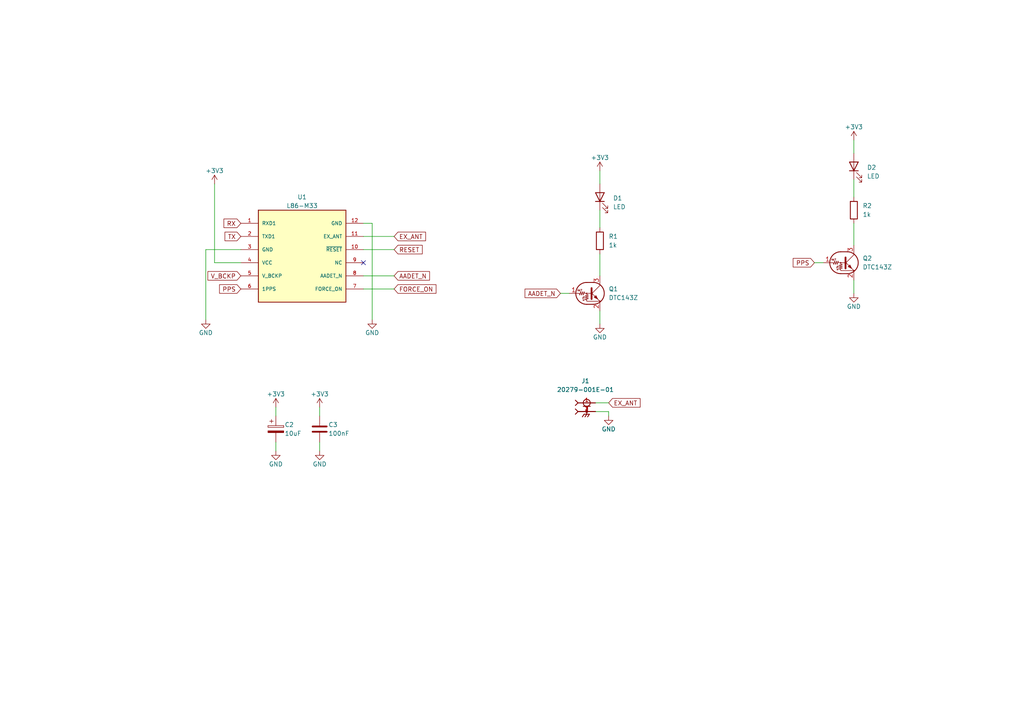
<source format=kicad_sch>
(kicad_sch (version 20230121) (generator eeschema)

  (uuid 92dcc625-4969-425d-92ef-03e0452a9de5)

  (paper "A4")

  (lib_symbols
    (symbol "Device:C" (pin_numbers hide) (pin_names (offset 0.254)) (in_bom yes) (on_board yes)
      (property "Reference" "C" (at 0.635 2.54 0)
        (effects (font (size 1.27 1.27)) (justify left))
      )
      (property "Value" "C" (at 0.635 -2.54 0)
        (effects (font (size 1.27 1.27)) (justify left))
      )
      (property "Footprint" "" (at 0.9652 -3.81 0)
        (effects (font (size 1.27 1.27)) hide)
      )
      (property "Datasheet" "~" (at 0 0 0)
        (effects (font (size 1.27 1.27)) hide)
      )
      (property "ki_keywords" "cap capacitor" (at 0 0 0)
        (effects (font (size 1.27 1.27)) hide)
      )
      (property "ki_description" "Unpolarized capacitor" (at 0 0 0)
        (effects (font (size 1.27 1.27)) hide)
      )
      (property "ki_fp_filters" "C_*" (at 0 0 0)
        (effects (font (size 1.27 1.27)) hide)
      )
      (symbol "C_0_1"
        (polyline
          (pts
            (xy -2.032 -0.762)
            (xy 2.032 -0.762)
          )
          (stroke (width 0.508) (type default))
          (fill (type none))
        )
        (polyline
          (pts
            (xy -2.032 0.762)
            (xy 2.032 0.762)
          )
          (stroke (width 0.508) (type default))
          (fill (type none))
        )
      )
      (symbol "C_1_1"
        (pin passive line (at 0 3.81 270) (length 2.794)
          (name "~" (effects (font (size 1.27 1.27))))
          (number "1" (effects (font (size 1.27 1.27))))
        )
        (pin passive line (at 0 -3.81 90) (length 2.794)
          (name "~" (effects (font (size 1.27 1.27))))
          (number "2" (effects (font (size 1.27 1.27))))
        )
      )
    )
    (symbol "Device:C_Polarized" (pin_numbers hide) (pin_names (offset 0.254)) (in_bom yes) (on_board yes)
      (property "Reference" "C" (at 0.635 2.54 0)
        (effects (font (size 1.27 1.27)) (justify left))
      )
      (property "Value" "C_Polarized" (at 0.635 -2.54 0)
        (effects (font (size 1.27 1.27)) (justify left))
      )
      (property "Footprint" "" (at 0.9652 -3.81 0)
        (effects (font (size 1.27 1.27)) hide)
      )
      (property "Datasheet" "~" (at 0 0 0)
        (effects (font (size 1.27 1.27)) hide)
      )
      (property "ki_keywords" "cap capacitor" (at 0 0 0)
        (effects (font (size 1.27 1.27)) hide)
      )
      (property "ki_description" "Polarized capacitor" (at 0 0 0)
        (effects (font (size 1.27 1.27)) hide)
      )
      (property "ki_fp_filters" "CP_*" (at 0 0 0)
        (effects (font (size 1.27 1.27)) hide)
      )
      (symbol "C_Polarized_0_1"
        (rectangle (start -2.286 0.508) (end 2.286 1.016)
          (stroke (width 0) (type default))
          (fill (type none))
        )
        (polyline
          (pts
            (xy -1.778 2.286)
            (xy -0.762 2.286)
          )
          (stroke (width 0) (type default))
          (fill (type none))
        )
        (polyline
          (pts
            (xy -1.27 2.794)
            (xy -1.27 1.778)
          )
          (stroke (width 0) (type default))
          (fill (type none))
        )
        (rectangle (start 2.286 -0.508) (end -2.286 -1.016)
          (stroke (width 0) (type default))
          (fill (type outline))
        )
      )
      (symbol "C_Polarized_1_1"
        (pin passive line (at 0 3.81 270) (length 2.794)
          (name "~" (effects (font (size 1.27 1.27))))
          (number "1" (effects (font (size 1.27 1.27))))
        )
        (pin passive line (at 0 -3.81 90) (length 2.794)
          (name "~" (effects (font (size 1.27 1.27))))
          (number "2" (effects (font (size 1.27 1.27))))
        )
      )
    )
    (symbol "Device:LED" (pin_numbers hide) (pin_names (offset 1.016) hide) (in_bom yes) (on_board yes)
      (property "Reference" "D" (at 0 2.54 0)
        (effects (font (size 1.27 1.27)))
      )
      (property "Value" "LED" (at 0 -2.54 0)
        (effects (font (size 1.27 1.27)))
      )
      (property "Footprint" "" (at 0 0 0)
        (effects (font (size 1.27 1.27)) hide)
      )
      (property "Datasheet" "~" (at 0 0 0)
        (effects (font (size 1.27 1.27)) hide)
      )
      (property "ki_keywords" "LED diode" (at 0 0 0)
        (effects (font (size 1.27 1.27)) hide)
      )
      (property "ki_description" "Light emitting diode" (at 0 0 0)
        (effects (font (size 1.27 1.27)) hide)
      )
      (property "ki_fp_filters" "LED* LED_SMD:* LED_THT:*" (at 0 0 0)
        (effects (font (size 1.27 1.27)) hide)
      )
      (symbol "LED_0_1"
        (polyline
          (pts
            (xy -1.27 -1.27)
            (xy -1.27 1.27)
          )
          (stroke (width 0.254) (type default))
          (fill (type none))
        )
        (polyline
          (pts
            (xy -1.27 0)
            (xy 1.27 0)
          )
          (stroke (width 0) (type default))
          (fill (type none))
        )
        (polyline
          (pts
            (xy 1.27 -1.27)
            (xy 1.27 1.27)
            (xy -1.27 0)
            (xy 1.27 -1.27)
          )
          (stroke (width 0.254) (type default))
          (fill (type none))
        )
        (polyline
          (pts
            (xy -3.048 -0.762)
            (xy -4.572 -2.286)
            (xy -3.81 -2.286)
            (xy -4.572 -2.286)
            (xy -4.572 -1.524)
          )
          (stroke (width 0) (type default))
          (fill (type none))
        )
        (polyline
          (pts
            (xy -1.778 -0.762)
            (xy -3.302 -2.286)
            (xy -2.54 -2.286)
            (xy -3.302 -2.286)
            (xy -3.302 -1.524)
          )
          (stroke (width 0) (type default))
          (fill (type none))
        )
      )
      (symbol "LED_1_1"
        (pin passive line (at -3.81 0 0) (length 2.54)
          (name "K" (effects (font (size 1.27 1.27))))
          (number "1" (effects (font (size 1.27 1.27))))
        )
        (pin passive line (at 3.81 0 180) (length 2.54)
          (name "A" (effects (font (size 1.27 1.27))))
          (number "2" (effects (font (size 1.27 1.27))))
        )
      )
    )
    (symbol "Device:R" (pin_numbers hide) (pin_names (offset 0)) (in_bom yes) (on_board yes)
      (property "Reference" "R" (at 2.032 0 90)
        (effects (font (size 1.27 1.27)))
      )
      (property "Value" "R" (at 0 0 90)
        (effects (font (size 1.27 1.27)))
      )
      (property "Footprint" "" (at -1.778 0 90)
        (effects (font (size 1.27 1.27)) hide)
      )
      (property "Datasheet" "~" (at 0 0 0)
        (effects (font (size 1.27 1.27)) hide)
      )
      (property "ki_keywords" "R res resistor" (at 0 0 0)
        (effects (font (size 1.27 1.27)) hide)
      )
      (property "ki_description" "Resistor" (at 0 0 0)
        (effects (font (size 1.27 1.27)) hide)
      )
      (property "ki_fp_filters" "R_*" (at 0 0 0)
        (effects (font (size 1.27 1.27)) hide)
      )
      (symbol "R_0_1"
        (rectangle (start -1.016 -2.54) (end 1.016 2.54)
          (stroke (width 0.254) (type default))
          (fill (type none))
        )
      )
      (symbol "R_1_1"
        (pin passive line (at 0 3.81 270) (length 1.27)
          (name "~" (effects (font (size 1.27 1.27))))
          (number "1" (effects (font (size 1.27 1.27))))
        )
        (pin passive line (at 0 -3.81 90) (length 1.27)
          (name "~" (effects (font (size 1.27 1.27))))
          (number "2" (effects (font (size 1.27 1.27))))
        )
      )
    )
    (symbol "L-KLS1-IPEX-20279-001E-0:20279-001E-01" (pin_names (offset 1.016)) (in_bom yes) (on_board yes)
      (property "Reference" "J1" (at -0.381 8.89 0)
        (effects (font (size 1.27 1.27)))
      )
      (property "Value" "20279-001E-01" (at -0.381 6.35 0)
        (effects (font (size 1.27 1.27)))
      )
      (property "Footprint" "IPEX_20279-001E-01" (at 0 3.81 0)
        (effects (font (size 1.27 1.27)) (justify bottom) hide)
      )
      (property "Datasheet" "" (at 0 0 0)
        (effects (font (size 1.27 1.27)) hide)
      )
      (property "PARTREV" "21" (at 0 5.08 0)
        (effects (font (size 1.27 1.27)) (justify bottom) hide)
      )
      (property "MF" "I-PEX" (at 0 5.08 0)
        (effects (font (size 1.27 1.27)) (justify bottom) hide)
      )
      (property "STANDARD" "Manufacturer Recommendations" (at 0 5.08 0)
        (effects (font (size 1.27 1.27)) (justify bottom) hide)
      )
      (symbol "20279-001E-01_0_0"
        (polyline
          (pts
            (xy -3.302 -0.762)
            (xy -2.54 0)
          )
          (stroke (width 0.254) (type default))
          (fill (type none))
        )
        (polyline
          (pts
            (xy -3.302 0.762)
            (xy -2.54 0)
          )
          (stroke (width 0.254) (type default))
          (fill (type none))
        )
        (polyline
          (pts
            (xy -3.302 1.778)
            (xy -2.54 2.54)
          )
          (stroke (width 0.254) (type default))
          (fill (type none))
        )
        (polyline
          (pts
            (xy -3.302 3.302)
            (xy -2.54 2.54)
          )
          (stroke (width 0.254) (type default))
          (fill (type none))
        )
        (polyline
          (pts
            (xy -2.54 0)
            (xy 0 0)
          )
          (stroke (width 0.254) (type default))
          (fill (type none))
        )
        (polyline
          (pts
            (xy -2.54 2.54)
            (xy 2.54 2.54)
          )
          (stroke (width 0.254) (type default))
          (fill (type none))
        )
        (polyline
          (pts
            (xy -1.016 1.524)
            (xy 0 1.524)
          )
          (stroke (width 0.254) (type default))
          (fill (type none))
        )
        (polyline
          (pts
            (xy -0.762 -0.762)
            (xy -1.27 -1.524)
          )
          (stroke (width 0.254) (type default))
          (fill (type none))
        )
        (polyline
          (pts
            (xy 0 -0.762)
            (xy -0.762 -0.762)
          )
          (stroke (width 0.254) (type default))
          (fill (type none))
        )
        (polyline
          (pts
            (xy 0 -0.762)
            (xy -0.508 -1.524)
          )
          (stroke (width 0.254) (type default))
          (fill (type none))
        )
        (polyline
          (pts
            (xy 0 -0.762)
            (xy 0.762 -0.762)
          )
          (stroke (width 0.254) (type default))
          (fill (type none))
        )
        (polyline
          (pts
            (xy 0 0)
            (xy -2.286 0)
          )
          (stroke (width 0.254) (type default))
          (fill (type none))
        )
        (polyline
          (pts
            (xy 0 0)
            (xy 0 -0.762)
          )
          (stroke (width 0.254) (type default))
          (fill (type none))
        )
        (polyline
          (pts
            (xy 0 1.524)
            (xy 0 0)
          )
          (stroke (width 0.254) (type default))
          (fill (type none))
        )
        (polyline
          (pts
            (xy 0 1.524)
            (xy 1.016 1.524)
          )
          (stroke (width 0.254) (type default))
          (fill (type none))
        )
        (polyline
          (pts
            (xy 0.762 -0.762)
            (xy 0.254 -1.524)
          )
          (stroke (width 0.254) (type default))
          (fill (type none))
        )
        (polyline
          (pts
            (xy 2.54 0)
            (xy 0 0)
          )
          (stroke (width 0.254) (type default))
          (fill (type none))
        )
        (circle (center 0 0) (radius 0.254)
          (stroke (width 0.254) (type default))
          (fill (type none))
        )
        (circle (center 0 2.54) (radius 1.016)
          (stroke (width 0.254) (type default))
          (fill (type none))
        )
        (pin passive line (at 2.54 2.54 180) (length 5.08)
          (name "~" (effects (font (size 1.016 1.016))))
          (number "1" (effects (font (size 1.016 1.016))))
        )
        (pin passive line (at 2.54 0 180) (length 5.08)
          (name "~" (effects (font (size 1.016 1.016))))
          (number "2" (effects (font (size 1.016 1.016))))
        )
        (pin passive line (at 2.54 0 180) (length 5.08)
          (name "~" (effects (font (size 1.016 1.016))))
          (number "3" (effects (font (size 1.016 1.016))))
        )
      )
    )
    (symbol "L86-M33:L86-M33" (pin_names (offset 1.016)) (in_bom yes) (on_board yes)
      (property "Reference" "U1" (at 0 16.51 0)
        (effects (font (size 1.27 1.27)))
      )
      (property "Value" "L86-M33" (at 0 13.97 0)
        (effects (font (size 1.27 1.27)))
      )
      (property "Footprint" "XCVR_L86-M33" (at 0 0 0)
        (effects (font (size 1.27 1.27)) (justify bottom) hide)
      )
      (property "Datasheet" "" (at 0 0 0)
        (effects (font (size 1.27 1.27)) hide)
      )
      (property "MF" "Quectel" (at 0 0 0)
        (effects (font (size 1.27 1.27)) (justify bottom) hide)
      )
      (property "DESCRIPTION" "L86 is an ultra-compact GNSS POT _Patch on Top_ module with an embedded 18.4mm × 18.4mm × 4.0mm patch antenna and utilizes the MediaTek new generation GNSS chipset MT3333 that achieves the perfect performance" (at 1.27 15.24 0)
        (effects (font (size 1.27 1.27)) (justify bottom) hide)
      )
      (property "PACKAGE" "None" (at 11.43 15.24 0)
        (effects (font (size 1.27 1.27)) (justify bottom) hide)
      )
      (property "PRICE" "None" (at 0 0 0)
        (effects (font (size 1.27 1.27)) (justify bottom) hide)
      )
      (property "MP" "L86" (at 0 0 0)
        (effects (font (size 1.27 1.27)) (justify bottom) hide)
      )
      (property "AVAILABILITY" "Unavailable" (at 0 0 0)
        (effects (font (size 1.27 1.27)) (justify bottom) hide)
      )
      (symbol "L86-M33_0_0"
        (rectangle (start -12.7 12.7) (end 12.7 -13.97)
          (stroke (width 0.254) (type default))
          (fill (type background))
        )
        (pin input line (at -17.78 8.89 0) (length 5.08)
          (name "RXD1" (effects (font (size 1.016 1.016))))
          (number "1" (effects (font (size 1.016 1.016))))
        )
        (pin input line (at 17.78 1.27 180) (length 5.08)
          (name "~{RESET}" (effects (font (size 1.016 1.016))))
          (number "10" (effects (font (size 1.016 1.016))))
        )
        (pin input line (at 17.78 5.08 180) (length 5.08)
          (name "EX_ANT" (effects (font (size 1.016 1.016))))
          (number "11" (effects (font (size 1.016 1.016))))
        )
        (pin passive line (at 17.78 8.89 180) (length 5.08)
          (name "GND" (effects (font (size 1.016 1.016))))
          (number "12" (effects (font (size 1.016 1.016))))
        )
        (pin output line (at -17.78 5.08 0) (length 5.08)
          (name "TXD1" (effects (font (size 1.016 1.016))))
          (number "2" (effects (font (size 1.016 1.016))))
        )
        (pin passive line (at -17.78 1.27 0) (length 5.08)
          (name "GND" (effects (font (size 1.016 1.016))))
          (number "3" (effects (font (size 1.016 1.016))))
        )
        (pin power_in line (at -17.78 -2.54 0) (length 5.08)
          (name "VCC" (effects (font (size 1.016 1.016))))
          (number "4" (effects (font (size 1.016 1.016))))
        )
        (pin power_in line (at -17.78 -6.35 0) (length 5.08)
          (name "V_BCKP" (effects (font (size 1.016 1.016))))
          (number "5" (effects (font (size 1.016 1.016))))
        )
        (pin output line (at -17.78 -10.16 0) (length 5.08)
          (name "1PPS" (effects (font (size 1.016 1.016))))
          (number "6" (effects (font (size 1.016 1.016))))
        )
        (pin input line (at 17.78 -10.16 180) (length 5.08)
          (name "FORCE_ON" (effects (font (size 1.016 1.016))))
          (number "7" (effects (font (size 1.016 1.016))))
        )
        (pin output line (at 17.78 -6.35 180) (length 5.08)
          (name "AADET_N" (effects (font (size 1.016 1.016))))
          (number "8" (effects (font (size 1.016 1.016))))
        )
      )
      (symbol "L86-M33_1_0"
        (pin output line (at 17.78 -2.54 180) (length 5.08)
          (name "NC" (effects (font (size 1.016 1.016))))
          (number "9" (effects (font (size 1.016 1.016))))
        )
      )
    )
    (symbol "Transistor_BJT:DTC143Z" (pin_names (offset 0) hide) (in_bom yes) (on_board yes)
      (property "Reference" "Q" (at 5.08 1.905 0)
        (effects (font (size 1.27 1.27)) (justify left))
      )
      (property "Value" "DTC143Z" (at 5.08 0 0)
        (effects (font (size 1.27 1.27)) (justify left))
      )
      (property "Footprint" "" (at 0 0 0)
        (effects (font (size 1.27 1.27)) (justify left) hide)
      )
      (property "Datasheet" "" (at 0 0 0)
        (effects (font (size 1.27 1.27)) (justify left) hide)
      )
      (property "ki_keywords" "ROHM Digital NPN Transistor" (at 0 0 0)
        (effects (font (size 1.27 1.27)) hide)
      )
      (property "ki_description" "Digital NPN Transistor, 4k7/47k, SOT-23" (at 0 0 0)
        (effects (font (size 1.27 1.27)) hide)
      )
      (property "ki_fp_filters" "SOT?23* SC?59*" (at 0 0 0)
        (effects (font (size 1.27 1.27)) hide)
      )
      (symbol "DTC143Z_0_0"
        (text "47k" (at -2.159 -1.524 900)
          (effects (font (size 0.508 0.508)))
        )
        (text "4k7" (at -3.302 0.889 0)
          (effects (font (size 0.508 0.508)))
        )
      )
      (symbol "DTC143Z_0_1"
        (circle (center -1.27 0) (radius 0.127)
          (stroke (width 0) (type default))
          (fill (type none))
        )
        (arc (start -1.27 3.175) (mid -4.4312 0) (end -1.27 -3.175)
          (stroke (width 0.254) (type default))
          (fill (type none))
        )
        (polyline
          (pts
            (xy -3.429 0)
            (xy -3.81 0)
          )
          (stroke (width 0) (type default))
          (fill (type none))
        )
        (polyline
          (pts
            (xy -1.27 -3.175)
            (xy 0.635 -3.175)
          )
          (stroke (width 0.254) (type default))
          (fill (type none))
        )
        (polyline
          (pts
            (xy -1.27 3.175)
            (xy 0.635 3.175)
          )
          (stroke (width 0.254) (type default))
          (fill (type none))
        )
        (polyline
          (pts
            (xy 0 -0.254)
            (xy 2.54 2.286)
          )
          (stroke (width 0) (type default))
          (fill (type none))
        )
        (polyline
          (pts
            (xy 0.127 1.524)
            (xy 0.127 -1.651)
          )
          (stroke (width 0.508) (type default))
          (fill (type outline))
        )
        (polyline
          (pts
            (xy 2.54 2.286)
            (xy 2.54 2.54)
          )
          (stroke (width 0) (type default))
          (fill (type none))
        )
        (polyline
          (pts
            (xy 2.54 -2.286)
            (xy 0 0.254)
            (xy 0 0.254)
          )
          (stroke (width 0) (type default))
          (fill (type none))
        )
        (polyline
          (pts
            (xy 0.889 -1.143)
            (xy 1.397 -0.635)
            (xy 1.905 -1.651)
            (xy 0.889 -1.143)
          )
          (stroke (width 0) (type default))
          (fill (type outline))
        )
        (polyline
          (pts
            (xy 0 0)
            (xy -1.905 0)
            (xy -2.032 0.508)
            (xy -2.286 -0.508)
            (xy -2.54 0.508)
            (xy -2.794 -0.508)
            (xy -3.048 0.508)
            (xy -3.302 -0.508)
            (xy -3.429 0)
          )
          (stroke (width 0) (type default))
          (fill (type none))
        )
        (polyline
          (pts
            (xy -1.27 0)
            (xy -1.27 -0.381)
            (xy -0.762 -0.508)
            (xy -1.778 -0.762)
            (xy -0.762 -1.016)
            (xy -1.778 -1.27)
            (xy -0.762 -1.524)
            (xy -1.778 -1.778)
            (xy -1.27 -1.905)
            (xy -1.27 -2.286)
            (xy 2.54 -2.286)
          )
          (stroke (width 0) (type default))
          (fill (type none))
        )
        (arc (start 0.635 -3.175) (mid 3.7962 0) (end 0.635 3.175)
          (stroke (width 0.254) (type default))
          (fill (type none))
        )
        (circle (center 2.54 -2.286) (radius 0.127)
          (stroke (width 0) (type default))
          (fill (type none))
        )
      )
      (symbol "DTC143Z_1_1"
        (pin input line (at -6.35 0 0) (length 2.54)
          (name "B" (effects (font (size 1.27 1.27))))
          (number "1" (effects (font (size 1.27 1.27))))
        )
        (pin passive line (at 2.54 -5.08 90) (length 2.54)
          (name "E" (effects (font (size 1.27 1.27))))
          (number "2" (effects (font (size 1.27 1.27))))
        )
        (pin passive line (at 2.54 5.08 270) (length 2.54)
          (name "C" (effects (font (size 1.27 1.27))))
          (number "3" (effects (font (size 1.27 1.27))))
        )
      )
    )
    (symbol "power:+3V3" (power) (pin_names (offset 0)) (in_bom yes) (on_board yes)
      (property "Reference" "#PWR" (at 0 -3.81 0)
        (effects (font (size 1.27 1.27)) hide)
      )
      (property "Value" "+3V3" (at 0 3.556 0)
        (effects (font (size 1.27 1.27)))
      )
      (property "Footprint" "" (at 0 0 0)
        (effects (font (size 1.27 1.27)) hide)
      )
      (property "Datasheet" "" (at 0 0 0)
        (effects (font (size 1.27 1.27)) hide)
      )
      (property "ki_keywords" "global power" (at 0 0 0)
        (effects (font (size 1.27 1.27)) hide)
      )
      (property "ki_description" "Power symbol creates a global label with name \"+3V3\"" (at 0 0 0)
        (effects (font (size 1.27 1.27)) hide)
      )
      (symbol "+3V3_0_1"
        (polyline
          (pts
            (xy -0.762 1.27)
            (xy 0 2.54)
          )
          (stroke (width 0) (type default))
          (fill (type none))
        )
        (polyline
          (pts
            (xy 0 0)
            (xy 0 2.54)
          )
          (stroke (width 0) (type default))
          (fill (type none))
        )
        (polyline
          (pts
            (xy 0 2.54)
            (xy 0.762 1.27)
          )
          (stroke (width 0) (type default))
          (fill (type none))
        )
      )
      (symbol "+3V3_1_1"
        (pin power_in line (at 0 0 90) (length 0) hide
          (name "+3V3" (effects (font (size 1.27 1.27))))
          (number "1" (effects (font (size 1.27 1.27))))
        )
      )
    )
    (symbol "power:GND" (power) (pin_names (offset 0)) (in_bom yes) (on_board yes)
      (property "Reference" "#PWR" (at 0 -6.35 0)
        (effects (font (size 1.27 1.27)) hide)
      )
      (property "Value" "GND" (at 0 -3.81 0)
        (effects (font (size 1.27 1.27)))
      )
      (property "Footprint" "" (at 0 0 0)
        (effects (font (size 1.27 1.27)) hide)
      )
      (property "Datasheet" "" (at 0 0 0)
        (effects (font (size 1.27 1.27)) hide)
      )
      (property "ki_keywords" "global power" (at 0 0 0)
        (effects (font (size 1.27 1.27)) hide)
      )
      (property "ki_description" "Power symbol creates a global label with name \"GND\" , ground" (at 0 0 0)
        (effects (font (size 1.27 1.27)) hide)
      )
      (symbol "GND_0_1"
        (polyline
          (pts
            (xy 0 0)
            (xy 0 -1.27)
            (xy 1.27 -1.27)
            (xy 0 -2.54)
            (xy -1.27 -1.27)
            (xy 0 -1.27)
          )
          (stroke (width 0) (type default))
          (fill (type none))
        )
      )
      (symbol "GND_1_1"
        (pin power_in line (at 0 0 270) (length 0) hide
          (name "GND" (effects (font (size 1.27 1.27))))
          (number "1" (effects (font (size 1.27 1.27))))
        )
      )
    )
  )


  (no_connect (at 105.41 76.2) (uuid 15331f2d-3d72-43f5-ac52-ebcd3a803488))

  (wire (pts (xy 114.3 72.39) (xy 105.41 72.39))
    (stroke (width 0) (type default))
    (uuid 126b76c1-53e9-4a24-a42e-6cc0c60ac7d2)
  )
  (wire (pts (xy 59.69 72.39) (xy 69.85 72.39))
    (stroke (width 0) (type default))
    (uuid 192dfc91-957f-4d1c-9c4a-25ba67deaeff)
  )
  (wire (pts (xy 92.71 130.81) (xy 92.71 128.27))
    (stroke (width 0) (type default))
    (uuid 26dd1e05-c01d-4152-8eca-b019ae592c6c)
  )
  (wire (pts (xy 107.95 64.77) (xy 105.41 64.77))
    (stroke (width 0) (type default))
    (uuid 26e86d75-0d13-4af7-92a6-5fa61bf837a5)
  )
  (wire (pts (xy 247.65 40.64) (xy 247.65 44.45))
    (stroke (width 0) (type default))
    (uuid 27390172-e660-4538-af0b-eee5beca2a6a)
  )
  (wire (pts (xy 173.99 60.96) (xy 173.99 66.04))
    (stroke (width 0) (type default))
    (uuid 29e1b433-d93c-424e-8b73-be807a5f8e41)
  )
  (wire (pts (xy 80.01 118.11) (xy 80.01 120.65))
    (stroke (width 0) (type default))
    (uuid 3710612f-0023-4571-8fb6-d0b283f7cc88)
  )
  (wire (pts (xy 114.3 80.01) (xy 105.41 80.01))
    (stroke (width 0) (type default))
    (uuid 3d0112d9-6495-47e6-8f4e-5e647b8094c2)
  )
  (wire (pts (xy 105.41 68.58) (xy 114.3 68.58))
    (stroke (width 0) (type default))
    (uuid 4283f702-69fb-4f47-ae78-52b2813f8c41)
  )
  (wire (pts (xy 92.71 118.11) (xy 92.71 120.65))
    (stroke (width 0) (type default))
    (uuid 4428f5f9-f705-4107-ba97-36f165960ac4)
  )
  (wire (pts (xy 176.53 120.65) (xy 176.53 119.38))
    (stroke (width 0) (type default))
    (uuid 4e7afcf2-2309-4e70-b346-ac4c46cde77e)
  )
  (wire (pts (xy 173.99 73.66) (xy 173.99 80.01))
    (stroke (width 0) (type default))
    (uuid 51240175-eade-4199-bbb5-66b851aab831)
  )
  (wire (pts (xy 247.65 64.77) (xy 247.65 71.12))
    (stroke (width 0) (type default))
    (uuid 8d355fe1-6ba4-42e6-8e06-1ce4f2a652f5)
  )
  (wire (pts (xy 173.99 49.53) (xy 173.99 53.34))
    (stroke (width 0) (type default))
    (uuid a11ae812-71ee-4177-a741-f44c861f54d2)
  )
  (wire (pts (xy 173.99 93.98) (xy 173.99 90.17))
    (stroke (width 0) (type default))
    (uuid a3a989b7-6826-425e-960a-15d4357e5fd5)
  )
  (wire (pts (xy 59.69 92.71) (xy 59.69 72.39))
    (stroke (width 0) (type default))
    (uuid a3f7bdaa-071f-466f-a40b-92615c541e21)
  )
  (wire (pts (xy 247.65 85.09) (xy 247.65 81.28))
    (stroke (width 0) (type default))
    (uuid a513d194-d76b-4c8c-a83a-78213885d592)
  )
  (wire (pts (xy 162.56 85.09) (xy 165.1 85.09))
    (stroke (width 0) (type default))
    (uuid aa633f43-c495-48f8-8e61-0982bf31df41)
  )
  (wire (pts (xy 80.01 130.81) (xy 80.01 128.27))
    (stroke (width 0) (type default))
    (uuid ac74dcb4-28d4-4e55-b3b7-8c97b2e75ef2)
  )
  (wire (pts (xy 62.23 53.34) (xy 62.23 76.2))
    (stroke (width 0) (type default))
    (uuid d1c9f34f-bbc2-4ede-a971-8c4a34b4cad9)
  )
  (wire (pts (xy 107.95 92.71) (xy 107.95 64.77))
    (stroke (width 0) (type default))
    (uuid e3c9d79e-cbfb-480a-b267-655e84f8d197)
  )
  (wire (pts (xy 105.41 83.82) (xy 114.3 83.82))
    (stroke (width 0) (type default))
    (uuid ea09c2d3-9ccd-4c0a-8514-ee08b87ed71f)
  )
  (wire (pts (xy 236.22 76.2) (xy 238.76 76.2))
    (stroke (width 0) (type default))
    (uuid eb684999-b4c4-491b-978f-49d334e5f462)
  )
  (wire (pts (xy 176.53 116.84) (xy 172.72 116.84))
    (stroke (width 0) (type default))
    (uuid eb7e0bb0-bcca-4971-a28d-f23d0566c868)
  )
  (wire (pts (xy 62.23 76.2) (xy 69.85 76.2))
    (stroke (width 0) (type default))
    (uuid ece24723-9370-48eb-a548-bb31b3966bb5)
  )
  (wire (pts (xy 247.65 52.07) (xy 247.65 57.15))
    (stroke (width 0) (type default))
    (uuid fbc0f606-7adc-4997-adb8-5e19568803d1)
  )
  (wire (pts (xy 176.53 119.38) (xy 172.72 119.38))
    (stroke (width 0) (type default))
    (uuid fc8de8bf-6336-4710-bc7a-2e1033f48a56)
  )

  (global_label "AADET_N" (shape input) (at 114.3 80.01 0) (fields_autoplaced)
    (effects (font (size 1.27 1.27)) (justify left))
    (uuid 1f57a9a3-3bd2-42f8-814b-d16f800e1dda)
    (property "Intersheetrefs" "${INTERSHEET_REFS}" (at 125.1471 80.01 0)
      (effects (font (size 1.27 1.27)) (justify left) hide)
    )
  )
  (global_label "EX_ANT" (shape input) (at 114.3 68.58 0) (fields_autoplaced)
    (effects (font (size 1.27 1.27)) (justify left))
    (uuid 242cf406-972d-4890-b07e-13ab607e483c)
    (property "Intersheetrefs" "${INTERSHEET_REFS}" (at 123.998 68.58 0)
      (effects (font (size 1.27 1.27)) (justify left) hide)
    )
  )
  (global_label "FORCE_ON" (shape input) (at 114.3 83.82 0) (fields_autoplaced)
    (effects (font (size 1.27 1.27)) (justify left))
    (uuid 3636b77e-0fa2-4cf2-8b90-a504db5d1053)
    (property "Intersheetrefs" "${INTERSHEET_REFS}" (at 127.0219 83.82 0)
      (effects (font (size 1.27 1.27)) (justify left) hide)
    )
  )
  (global_label "PPS" (shape input) (at 69.85 83.82 180) (fields_autoplaced)
    (effects (font (size 1.27 1.27)) (justify right))
    (uuid 5858f951-6378-45f1-ad29-31389e2390be)
    (property "Intersheetrefs" "${INTERSHEET_REFS}" (at 63.1153 83.82 0)
      (effects (font (size 1.27 1.27)) (justify right) hide)
    )
  )
  (global_label "AADET_N" (shape input) (at 162.56 85.09 180) (fields_autoplaced)
    (effects (font (size 1.27 1.27)) (justify right))
    (uuid 7450a1f4-888b-4bce-aa64-e0c217dcc3b8)
    (property "Intersheetrefs" "${INTERSHEET_REFS}" (at 151.7129 85.09 0)
      (effects (font (size 1.27 1.27)) (justify right) hide)
    )
  )
  (global_label "PPS" (shape input) (at 236.22 76.2 180) (fields_autoplaced)
    (effects (font (size 1.27 1.27)) (justify right))
    (uuid 74ba2102-fa42-48d8-9338-d99ba543baa1)
    (property "Intersheetrefs" "${INTERSHEET_REFS}" (at 229.4853 76.2 0)
      (effects (font (size 1.27 1.27)) (justify right) hide)
    )
  )
  (global_label "RX" (shape input) (at 69.85 64.77 180) (fields_autoplaced)
    (effects (font (size 1.27 1.27)) (justify right))
    (uuid 80aaf3a5-7749-42a7-9f00-227beff3f629)
    (property "Intersheetrefs" "${INTERSHEET_REFS}" (at 64.3853 64.77 0)
      (effects (font (size 1.27 1.27)) (justify right) hide)
    )
  )
  (global_label "TX" (shape input) (at 69.85 68.58 180) (fields_autoplaced)
    (effects (font (size 1.27 1.27)) (justify right))
    (uuid 95ab59e4-d2ab-4a65-8411-6424deeaccaa)
    (property "Intersheetrefs" "${INTERSHEET_REFS}" (at 64.6877 68.58 0)
      (effects (font (size 1.27 1.27)) (justify right) hide)
    )
  )
  (global_label "EX_ANT" (shape input) (at 176.53 116.84 0) (fields_autoplaced)
    (effects (font (size 1.27 1.27)) (justify left))
    (uuid b0691083-5433-43af-ab46-dd18147b567f)
    (property "Intersheetrefs" "${INTERSHEET_REFS}" (at 186.228 116.84 0)
      (effects (font (size 1.27 1.27)) (justify left) hide)
    )
  )
  (global_label "RESET" (shape input) (at 114.3 72.39 0) (fields_autoplaced)
    (effects (font (size 1.27 1.27)) (justify left))
    (uuid c15205b4-85ca-4a41-9c0c-f25a75432fdb)
    (property "Intersheetrefs" "${INTERSHEET_REFS}" (at 123.0303 72.39 0)
      (effects (font (size 1.27 1.27)) (justify left) hide)
    )
  )
  (global_label "V_BCKP" (shape input) (at 69.85 80.01 180) (fields_autoplaced)
    (effects (font (size 1.27 1.27)) (justify right))
    (uuid ce4b7843-c116-4ff3-bc1d-2e945402c5db)
    (property "Intersheetrefs" "${INTERSHEET_REFS}" (at 59.7286 80.01 0)
      (effects (font (size 1.27 1.27)) (justify right) hide)
    )
  )

  (symbol (lib_id "power:GND") (at 107.95 92.71 0) (unit 1)
    (in_bom yes) (on_board yes) (dnp no)
    (uuid 08a0c5ac-2e65-4c12-a340-38b3b48211ef)
    (property "Reference" "#PWR07" (at 107.95 99.06 0)
      (effects (font (size 1.27 1.27)) hide)
    )
    (property "Value" "GND" (at 107.95 96.52 0)
      (effects (font (size 1.27 1.27)))
    )
    (property "Footprint" "" (at 107.95 92.71 0)
      (effects (font (size 1.27 1.27)) hide)
    )
    (property "Datasheet" "" (at 107.95 92.71 0)
      (effects (font (size 1.27 1.27)) hide)
    )
    (pin "1" (uuid b528f753-fd74-47fd-af75-9074618185e9))
    (instances
      (project "0014_GPS_Module_L86"
        (path "/92dcc625-4969-425d-92ef-03e0452a9de5"
          (reference "#PWR07") (unit 1)
        )
      )
    )
  )

  (symbol (lib_id "power:GND") (at 176.53 120.65 0) (unit 1)
    (in_bom yes) (on_board yes) (dnp no)
    (uuid 10e798ab-6d07-455c-a2b8-fa9785090a45)
    (property "Reference" "#PWR012" (at 176.53 127 0)
      (effects (font (size 1.27 1.27)) hide)
    )
    (property "Value" "GND" (at 176.53 124.46 0)
      (effects (font (size 1.27 1.27)))
    )
    (property "Footprint" "" (at 176.53 120.65 0)
      (effects (font (size 1.27 1.27)) hide)
    )
    (property "Datasheet" "" (at 176.53 120.65 0)
      (effects (font (size 1.27 1.27)) hide)
    )
    (pin "1" (uuid 8e75ec18-6ee3-4267-ac68-520fda9a9653))
    (instances
      (project "0014_GPS_Module_L86"
        (path "/92dcc625-4969-425d-92ef-03e0452a9de5"
          (reference "#PWR012") (unit 1)
        )
      )
    )
  )

  (symbol (lib_id "L-KLS1-IPEX-20279-001E-0:20279-001E-01") (at 170.18 119.38 0) (unit 1)
    (in_bom yes) (on_board yes) (dnp no) (fields_autoplaced)
    (uuid 12b51fa1-a7f2-4f32-a382-f9e7e72350c5)
    (property "Reference" "J1" (at 169.799 110.49 0)
      (effects (font (size 1.27 1.27)))
    )
    (property "Value" "20279-001E-01" (at 169.799 113.03 0)
      (effects (font (size 1.27 1.27)))
    )
    (property "Footprint" "IPEX_20279-001E-01" (at 170.18 115.57 0)
      (effects (font (size 1.27 1.27)) (justify bottom) hide)
    )
    (property "Datasheet" "" (at 170.18 119.38 0)
      (effects (font (size 1.27 1.27)) hide)
    )
    (property "PARTREV" "21" (at 170.18 114.3 0)
      (effects (font (size 1.27 1.27)) (justify bottom) hide)
    )
    (property "MF" "I-PEX" (at 170.18 114.3 0)
      (effects (font (size 1.27 1.27)) (justify bottom) hide)
    )
    (property "STANDARD" "Manufacturer Recommendations" (at 170.18 114.3 0)
      (effects (font (size 1.27 1.27)) (justify bottom) hide)
    )
    (pin "1" (uuid 947a9677-989c-487f-a030-2f46f8b4a73c))
    (pin "2" (uuid 604889a3-a582-4e00-978b-caf7418dfe6f))
    (pin "3" (uuid d374edbe-13a9-4f77-9fe0-cb5c2c07f1d4))
    (instances
      (project "0014_GPS_Module_L86"
        (path "/92dcc625-4969-425d-92ef-03e0452a9de5"
          (reference "J1") (unit 1)
        )
      )
    )
  )

  (symbol (lib_id "power:+3V3") (at 247.65 40.64 0) (unit 1)
    (in_bom yes) (on_board yes) (dnp no)
    (uuid 1911250f-1303-49c6-a93f-5ce8c13ed035)
    (property "Reference" "#PWR04" (at 247.65 44.45 0)
      (effects (font (size 1.27 1.27)) hide)
    )
    (property "Value" "+3V3" (at 247.65 36.83 0)
      (effects (font (size 1.27 1.27)))
    )
    (property "Footprint" "" (at 247.65 40.64 0)
      (effects (font (size 1.27 1.27)) hide)
    )
    (property "Datasheet" "" (at 247.65 40.64 0)
      (effects (font (size 1.27 1.27)) hide)
    )
    (pin "1" (uuid 47553fb2-41c0-4ce4-b5e9-c0fb2579c595))
    (instances
      (project "0014_GPS_Module_L86"
        (path "/92dcc625-4969-425d-92ef-03e0452a9de5"
          (reference "#PWR04") (unit 1)
        )
      )
    )
  )

  (symbol (lib_id "Transistor_BJT:DTC143Z") (at 171.45 85.09 0) (unit 1)
    (in_bom yes) (on_board yes) (dnp no) (fields_autoplaced)
    (uuid 2c5a1ba6-0576-4f4b-a408-fc9e90e3b2e0)
    (property "Reference" "Q1" (at 176.53 83.82 0)
      (effects (font (size 1.27 1.27)) (justify left))
    )
    (property "Value" "DTC143Z" (at 176.53 86.36 0)
      (effects (font (size 1.27 1.27)) (justify left))
    )
    (property "Footprint" "" (at 171.45 85.09 0)
      (effects (font (size 1.27 1.27)) (justify left) hide)
    )
    (property "Datasheet" "" (at 171.45 85.09 0)
      (effects (font (size 1.27 1.27)) (justify left) hide)
    )
    (pin "1" (uuid 497be07c-8773-477d-9939-cb064d727d3e))
    (pin "2" (uuid 31318dd4-ef2d-475b-a183-5c62c68d01ee))
    (pin "3" (uuid 72599b78-c013-41ff-96f8-130fbe6e1a9b))
    (instances
      (project "0014_GPS_Module_L86"
        (path "/92dcc625-4969-425d-92ef-03e0452a9de5"
          (reference "Q1") (unit 1)
        )
      )
    )
  )

  (symbol (lib_id "power:GND") (at 59.69 92.71 0) (unit 1)
    (in_bom yes) (on_board yes) (dnp no)
    (uuid 2f1f2522-1adb-48f8-816a-17c192b9c88f)
    (property "Reference" "#PWR06" (at 59.69 99.06 0)
      (effects (font (size 1.27 1.27)) hide)
    )
    (property "Value" "GND" (at 59.69 96.52 0)
      (effects (font (size 1.27 1.27)))
    )
    (property "Footprint" "" (at 59.69 92.71 0)
      (effects (font (size 1.27 1.27)) hide)
    )
    (property "Datasheet" "" (at 59.69 92.71 0)
      (effects (font (size 1.27 1.27)) hide)
    )
    (pin "1" (uuid 812e2c7c-5635-4adc-909a-d568466bba47))
    (instances
      (project "0014_GPS_Module_L86"
        (path "/92dcc625-4969-425d-92ef-03e0452a9de5"
          (reference "#PWR06") (unit 1)
        )
      )
    )
  )

  (symbol (lib_id "Device:C_Polarized") (at 80.01 124.46 0) (unit 1)
    (in_bom yes) (on_board yes) (dnp no)
    (uuid 42f8f78a-4793-4d71-97d1-846eacc1d015)
    (property "Reference" "C2" (at 82.55 123.19 0)
      (effects (font (size 1.27 1.27)) (justify left))
    )
    (property "Value" "10uF" (at 82.55 125.73 0)
      (effects (font (size 1.27 1.27)) (justify left))
    )
    (property "Footprint" "" (at 80.9752 128.27 0)
      (effects (font (size 1.27 1.27)) hide)
    )
    (property "Datasheet" "~" (at 80.01 124.46 0)
      (effects (font (size 1.27 1.27)) hide)
    )
    (pin "1" (uuid 90f54021-3e4c-4f98-8cb0-c6a1a234bb70))
    (pin "2" (uuid 77b144c7-68f3-4837-8801-3f5519484551))
    (instances
      (project "0014_GPS_Module_L86"
        (path "/92dcc625-4969-425d-92ef-03e0452a9de5"
          (reference "C2") (unit 1)
        )
      )
    )
  )

  (symbol (lib_id "power:GND") (at 92.71 130.81 0) (unit 1)
    (in_bom yes) (on_board yes) (dnp no)
    (uuid 4a11e7b0-e8d0-4d89-9598-3840638e4114)
    (property "Reference" "#PWR010" (at 92.71 137.16 0)
      (effects (font (size 1.27 1.27)) hide)
    )
    (property "Value" "GND" (at 92.71 134.62 0)
      (effects (font (size 1.27 1.27)))
    )
    (property "Footprint" "" (at 92.71 130.81 0)
      (effects (font (size 1.27 1.27)) hide)
    )
    (property "Datasheet" "" (at 92.71 130.81 0)
      (effects (font (size 1.27 1.27)) hide)
    )
    (pin "1" (uuid a48df9bf-2013-4578-8eb5-77f3e770b3e1))
    (instances
      (project "0014_GPS_Module_L86"
        (path "/92dcc625-4969-425d-92ef-03e0452a9de5"
          (reference "#PWR010") (unit 1)
        )
      )
    )
  )

  (symbol (lib_id "Transistor_BJT:DTC143Z") (at 245.11 76.2 0) (unit 1)
    (in_bom yes) (on_board yes) (dnp no) (fields_autoplaced)
    (uuid 5beeb64b-d457-4e97-8ade-80f08fd4b731)
    (property "Reference" "Q2" (at 250.19 74.93 0)
      (effects (font (size 1.27 1.27)) (justify left))
    )
    (property "Value" "DTC143Z" (at 250.19 77.47 0)
      (effects (font (size 1.27 1.27)) (justify left))
    )
    (property "Footprint" "" (at 245.11 76.2 0)
      (effects (font (size 1.27 1.27)) (justify left) hide)
    )
    (property "Datasheet" "" (at 245.11 76.2 0)
      (effects (font (size 1.27 1.27)) (justify left) hide)
    )
    (pin "1" (uuid 558ed41e-6b70-4358-b9d3-cc8e32af5d0f))
    (pin "2" (uuid 999b023a-0ecc-43b4-8797-69d59212ea78))
    (pin "3" (uuid d260e96b-8b7f-4827-8751-3c905fa2aa41))
    (instances
      (project "0014_GPS_Module_L86"
        (path "/92dcc625-4969-425d-92ef-03e0452a9de5"
          (reference "Q2") (unit 1)
        )
      )
    )
  )

  (symbol (lib_id "Device:R") (at 173.99 69.85 0) (unit 1)
    (in_bom yes) (on_board yes) (dnp no) (fields_autoplaced)
    (uuid 5cc86843-b9f5-4228-b1eb-828da33731df)
    (property "Reference" "R1" (at 176.53 68.58 0)
      (effects (font (size 1.27 1.27)) (justify left))
    )
    (property "Value" "1k" (at 176.53 71.12 0)
      (effects (font (size 1.27 1.27)) (justify left))
    )
    (property "Footprint" "" (at 172.212 69.85 90)
      (effects (font (size 1.27 1.27)) hide)
    )
    (property "Datasheet" "~" (at 173.99 69.85 0)
      (effects (font (size 1.27 1.27)) hide)
    )
    (pin "1" (uuid 94bed900-39c6-49b1-9c00-9cbb0fa161e9))
    (pin "2" (uuid fce5a5d1-34b5-404c-be88-2146775cfd45))
    (instances
      (project "0014_GPS_Module_L86"
        (path "/92dcc625-4969-425d-92ef-03e0452a9de5"
          (reference "R1") (unit 1)
        )
      )
    )
  )

  (symbol (lib_id "power:+3V3") (at 92.71 118.11 0) (unit 1)
    (in_bom yes) (on_board yes) (dnp no)
    (uuid 737b782a-0450-4aee-ae75-871048f0ecf9)
    (property "Reference" "#PWR08" (at 92.71 121.92 0)
      (effects (font (size 1.27 1.27)) hide)
    )
    (property "Value" "+3V3" (at 92.71 114.3 0)
      (effects (font (size 1.27 1.27)))
    )
    (property "Footprint" "" (at 92.71 118.11 0)
      (effects (font (size 1.27 1.27)) hide)
    )
    (property "Datasheet" "" (at 92.71 118.11 0)
      (effects (font (size 1.27 1.27)) hide)
    )
    (pin "1" (uuid a07b47f9-cd3f-468d-9d03-f45d4fb78465))
    (instances
      (project "0014_GPS_Module_L86"
        (path "/92dcc625-4969-425d-92ef-03e0452a9de5"
          (reference "#PWR08") (unit 1)
        )
      )
    )
  )

  (symbol (lib_id "power:+3V3") (at 62.23 53.34 0) (unit 1)
    (in_bom yes) (on_board yes) (dnp no)
    (uuid 77a3d7b5-1ac0-4fef-b558-62d71c53c7bb)
    (property "Reference" "#PWR05" (at 62.23 57.15 0)
      (effects (font (size 1.27 1.27)) hide)
    )
    (property "Value" "+3V3" (at 62.23 49.53 0)
      (effects (font (size 1.27 1.27)))
    )
    (property "Footprint" "" (at 62.23 53.34 0)
      (effects (font (size 1.27 1.27)) hide)
    )
    (property "Datasheet" "" (at 62.23 53.34 0)
      (effects (font (size 1.27 1.27)) hide)
    )
    (pin "1" (uuid be1b10c1-34a0-40ae-bcba-bee694931493))
    (instances
      (project "0014_GPS_Module_L86"
        (path "/92dcc625-4969-425d-92ef-03e0452a9de5"
          (reference "#PWR05") (unit 1)
        )
      )
    )
  )

  (symbol (lib_id "power:+3V3") (at 173.99 49.53 0) (unit 1)
    (in_bom yes) (on_board yes) (dnp no)
    (uuid 852780a4-625e-456c-b9aa-1105475b75ea)
    (property "Reference" "#PWR03" (at 173.99 53.34 0)
      (effects (font (size 1.27 1.27)) hide)
    )
    (property "Value" "+3V3" (at 173.99 45.72 0)
      (effects (font (size 1.27 1.27)))
    )
    (property "Footprint" "" (at 173.99 49.53 0)
      (effects (font (size 1.27 1.27)) hide)
    )
    (property "Datasheet" "" (at 173.99 49.53 0)
      (effects (font (size 1.27 1.27)) hide)
    )
    (pin "1" (uuid 76f44cd5-91a8-42bf-9c7f-306effffc08f))
    (instances
      (project "0014_GPS_Module_L86"
        (path "/92dcc625-4969-425d-92ef-03e0452a9de5"
          (reference "#PWR03") (unit 1)
        )
      )
    )
  )

  (symbol (lib_id "power:+3V3") (at 80.01 118.11 0) (unit 1)
    (in_bom yes) (on_board yes) (dnp no)
    (uuid a4e2fad1-9acd-4926-8c76-59fcfe7a8009)
    (property "Reference" "#PWR09" (at 80.01 121.92 0)
      (effects (font (size 1.27 1.27)) hide)
    )
    (property "Value" "+3V3" (at 80.01 114.3 0)
      (effects (font (size 1.27 1.27)))
    )
    (property "Footprint" "" (at 80.01 118.11 0)
      (effects (font (size 1.27 1.27)) hide)
    )
    (property "Datasheet" "" (at 80.01 118.11 0)
      (effects (font (size 1.27 1.27)) hide)
    )
    (pin "1" (uuid bce1b80a-ddda-4d54-9509-f42c3615c459))
    (instances
      (project "0014_GPS_Module_L86"
        (path "/92dcc625-4969-425d-92ef-03e0452a9de5"
          (reference "#PWR09") (unit 1)
        )
      )
    )
  )

  (symbol (lib_id "L86-M33:L86-M33") (at 87.63 73.66 0) (unit 1)
    (in_bom yes) (on_board yes) (dnp no) (fields_autoplaced)
    (uuid a8f8c2d7-9ce3-41f4-be9a-04081e4197fa)
    (property "Reference" "U1" (at 87.63 57.15 0)
      (effects (font (size 1.27 1.27)))
    )
    (property "Value" "L86-M33" (at 87.63 59.69 0)
      (effects (font (size 1.27 1.27)))
    )
    (property "Footprint" "XCVR_L86-M33" (at 87.63 73.66 0)
      (effects (font (size 1.27 1.27)) (justify bottom) hide)
    )
    (property "Datasheet" "" (at 87.63 73.66 0)
      (effects (font (size 1.27 1.27)) hide)
    )
    (property "MF" "Quectel" (at 87.63 73.66 0)
      (effects (font (size 1.27 1.27)) (justify bottom) hide)
    )
    (property "DESCRIPTION" "L86 is an ultra-compact GNSS POT _Patch on Top_ module with an embedded 18.4mm × 18.4mm × 4.0mm patch antenna and utilizes the MediaTek new generation GNSS chipset MT3333 that achieves the perfect performance" (at 88.9 58.42 0)
      (effects (font (size 1.27 1.27)) (justify bottom) hide)
    )
    (property "PACKAGE" "None" (at 99.06 58.42 0)
      (effects (font (size 1.27 1.27)) (justify bottom) hide)
    )
    (property "PRICE" "None" (at 87.63 73.66 0)
      (effects (font (size 1.27 1.27)) (justify bottom) hide)
    )
    (property "MP" "L86" (at 87.63 73.66 0)
      (effects (font (size 1.27 1.27)) (justify bottom) hide)
    )
    (property "AVAILABILITY" "Unavailable" (at 87.63 73.66 0)
      (effects (font (size 1.27 1.27)) (justify bottom) hide)
    )
    (pin "1" (uuid ac372acd-11b9-4329-8cd6-3991a6612795))
    (pin "10" (uuid 3c13a338-c697-4132-b8e0-5def4fae9900))
    (pin "11" (uuid 2f685b85-fac8-40c0-98e5-b9ddb1729ff0))
    (pin "12" (uuid 947f916b-c7d0-4f0d-9019-3dcce32e30c8))
    (pin "2" (uuid a4472d6d-6a75-402b-9c76-46f016177369))
    (pin "3" (uuid 6b3e5492-d7fc-43f8-ab0b-246b96020610))
    (pin "4" (uuid c72ea925-1f37-46bd-b793-a3ef8a1072fd))
    (pin "5" (uuid f2e38bb5-510e-4211-a387-28456e6f382b))
    (pin "6" (uuid 28517e61-dd3f-462b-93c9-3652f9dcc410))
    (pin "7" (uuid b39b5733-82d7-438c-aa36-4aedf82460b6))
    (pin "8" (uuid 9118ee75-a98e-4ad0-a4d0-671fa853ac3f))
    (pin "9" (uuid 351e6950-07ab-4154-813b-f00bd7bc80f2))
    (instances
      (project "0014_GPS_Module_L86"
        (path "/92dcc625-4969-425d-92ef-03e0452a9de5"
          (reference "U1") (unit 1)
        )
      )
    )
  )

  (symbol (lib_id "Device:C") (at 92.71 124.46 0) (unit 1)
    (in_bom yes) (on_board yes) (dnp no)
    (uuid b363827b-9f27-4155-bcb1-3ec56337f69e)
    (property "Reference" "C3" (at 95.25 123.19 0)
      (effects (font (size 1.27 1.27)) (justify left))
    )
    (property "Value" "100nF" (at 95.25 125.73 0)
      (effects (font (size 1.27 1.27)) (justify left))
    )
    (property "Footprint" "" (at 93.6752 128.27 0)
      (effects (font (size 1.27 1.27)) hide)
    )
    (property "Datasheet" "~" (at 92.71 124.46 0)
      (effects (font (size 1.27 1.27)) hide)
    )
    (pin "1" (uuid 773986ae-987b-4b2d-b9a6-9eca7b69d89d))
    (pin "2" (uuid b462e5f4-795a-4e47-9f39-52e713768e91))
    (instances
      (project "0014_GPS_Module_L86"
        (path "/92dcc625-4969-425d-92ef-03e0452a9de5"
          (reference "C3") (unit 1)
        )
      )
    )
  )

  (symbol (lib_id "power:GND") (at 173.99 93.98 0) (unit 1)
    (in_bom yes) (on_board yes) (dnp no)
    (uuid ba3a1dc2-40f5-4c87-90a1-b06a6f39d39c)
    (property "Reference" "#PWR01" (at 173.99 100.33 0)
      (effects (font (size 1.27 1.27)) hide)
    )
    (property "Value" "GND" (at 173.99 97.79 0)
      (effects (font (size 1.27 1.27)))
    )
    (property "Footprint" "" (at 173.99 93.98 0)
      (effects (font (size 1.27 1.27)) hide)
    )
    (property "Datasheet" "" (at 173.99 93.98 0)
      (effects (font (size 1.27 1.27)) hide)
    )
    (pin "1" (uuid c47ce65a-97de-454a-a9af-d53c65b83f49))
    (instances
      (project "0014_GPS_Module_L86"
        (path "/92dcc625-4969-425d-92ef-03e0452a9de5"
          (reference "#PWR01") (unit 1)
        )
      )
    )
  )

  (symbol (lib_id "Device:LED") (at 247.65 48.26 90) (unit 1)
    (in_bom yes) (on_board yes) (dnp no) (fields_autoplaced)
    (uuid c7242566-6165-4664-9a03-3dba4421fe45)
    (property "Reference" "D2" (at 251.46 48.5775 90)
      (effects (font (size 1.27 1.27)) (justify right))
    )
    (property "Value" "LED" (at 251.46 51.1175 90)
      (effects (font (size 1.27 1.27)) (justify right))
    )
    (property "Footprint" "" (at 247.65 48.26 0)
      (effects (font (size 1.27 1.27)) hide)
    )
    (property "Datasheet" "~" (at 247.65 48.26 0)
      (effects (font (size 1.27 1.27)) hide)
    )
    (pin "1" (uuid 47a5a71e-5c6c-41fd-bd06-3d0cd509f856))
    (pin "2" (uuid 4e24dfbf-20a5-4a21-bdcf-d00ae04773a0))
    (instances
      (project "0014_GPS_Module_L86"
        (path "/92dcc625-4969-425d-92ef-03e0452a9de5"
          (reference "D2") (unit 1)
        )
      )
    )
  )

  (symbol (lib_id "power:GND") (at 80.01 130.81 0) (unit 1)
    (in_bom yes) (on_board yes) (dnp no)
    (uuid d078210a-2758-49da-bfff-0e1aa92fbb1d)
    (property "Reference" "#PWR011" (at 80.01 137.16 0)
      (effects (font (size 1.27 1.27)) hide)
    )
    (property "Value" "GND" (at 80.01 134.62 0)
      (effects (font (size 1.27 1.27)))
    )
    (property "Footprint" "" (at 80.01 130.81 0)
      (effects (font (size 1.27 1.27)) hide)
    )
    (property "Datasheet" "" (at 80.01 130.81 0)
      (effects (font (size 1.27 1.27)) hide)
    )
    (pin "1" (uuid e8c4503f-66f5-4350-a035-6d660eed5835))
    (instances
      (project "0014_GPS_Module_L86"
        (path "/92dcc625-4969-425d-92ef-03e0452a9de5"
          (reference "#PWR011") (unit 1)
        )
      )
    )
  )

  (symbol (lib_id "power:GND") (at 247.65 85.09 0) (unit 1)
    (in_bom yes) (on_board yes) (dnp no)
    (uuid ddc3d652-fc67-4d1f-9bbb-645ae7139fb5)
    (property "Reference" "#PWR02" (at 247.65 91.44 0)
      (effects (font (size 1.27 1.27)) hide)
    )
    (property "Value" "GND" (at 247.65 88.9 0)
      (effects (font (size 1.27 1.27)))
    )
    (property "Footprint" "" (at 247.65 85.09 0)
      (effects (font (size 1.27 1.27)) hide)
    )
    (property "Datasheet" "" (at 247.65 85.09 0)
      (effects (font (size 1.27 1.27)) hide)
    )
    (pin "1" (uuid 31dfc3ba-d4c4-43e4-af81-befb775ed028))
    (instances
      (project "0014_GPS_Module_L86"
        (path "/92dcc625-4969-425d-92ef-03e0452a9de5"
          (reference "#PWR02") (unit 1)
        )
      )
    )
  )

  (symbol (lib_id "Device:LED") (at 173.99 57.15 90) (unit 1)
    (in_bom yes) (on_board yes) (dnp no) (fields_autoplaced)
    (uuid e7c212d7-29c5-4295-80ac-e083843210d2)
    (property "Reference" "D1" (at 177.8 57.4675 90)
      (effects (font (size 1.27 1.27)) (justify right))
    )
    (property "Value" "LED" (at 177.8 60.0075 90)
      (effects (font (size 1.27 1.27)) (justify right))
    )
    (property "Footprint" "" (at 173.99 57.15 0)
      (effects (font (size 1.27 1.27)) hide)
    )
    (property "Datasheet" "~" (at 173.99 57.15 0)
      (effects (font (size 1.27 1.27)) hide)
    )
    (pin "1" (uuid 9092b2a5-f58c-4ef8-b676-8aa70f611b46))
    (pin "2" (uuid da9a6f08-09dc-4cba-b567-843298ddb058))
    (instances
      (project "0014_GPS_Module_L86"
        (path "/92dcc625-4969-425d-92ef-03e0452a9de5"
          (reference "D1") (unit 1)
        )
      )
    )
  )

  (symbol (lib_id "Device:R") (at 247.65 60.96 0) (unit 1)
    (in_bom yes) (on_board yes) (dnp no) (fields_autoplaced)
    (uuid fd098e1e-002d-42d0-a8a3-6df5c7552cc7)
    (property "Reference" "R2" (at 250.19 59.69 0)
      (effects (font (size 1.27 1.27)) (justify left))
    )
    (property "Value" "1k" (at 250.19 62.23 0)
      (effects (font (size 1.27 1.27)) (justify left))
    )
    (property "Footprint" "" (at 245.872 60.96 90)
      (effects (font (size 1.27 1.27)) hide)
    )
    (property "Datasheet" "~" (at 247.65 60.96 0)
      (effects (font (size 1.27 1.27)) hide)
    )
    (pin "1" (uuid e7bd6c12-48ae-45b1-8c08-b209b26d84cb))
    (pin "2" (uuid 87ac759c-c926-46a6-be7b-b7e17557a152))
    (instances
      (project "0014_GPS_Module_L86"
        (path "/92dcc625-4969-425d-92ef-03e0452a9de5"
          (reference "R2") (unit 1)
        )
      )
    )
  )

  (sheet_instances
    (path "/" (page "1"))
  )
)

</source>
